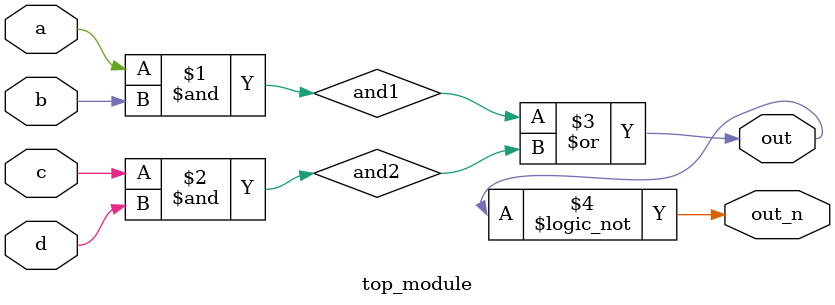
<source format=v>
`default_nettype none
module top_module(
    input a,
    input b,
    input c,
    input d,
    output out,
    output out_n   ); 
  
  wire and1 = a & b;
  wire and2 = c & d;

  assign out = and1 | and2;
  assign out_n = ! out;

endmodule

</source>
